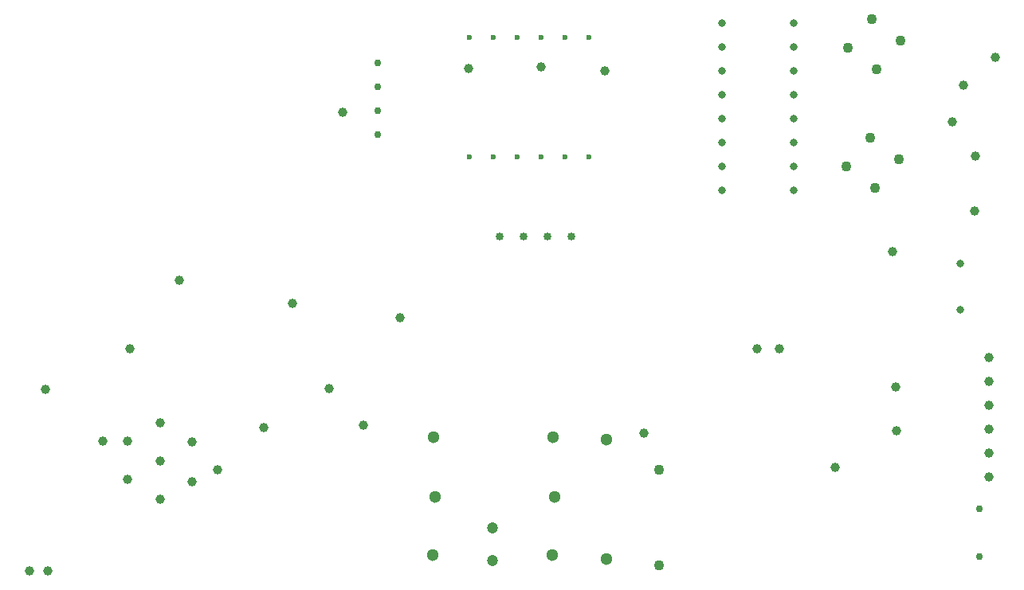
<source format=gbr>
%TF.GenerationSoftware,KiCad,Pcbnew,(5.0.2)-1*%
%TF.CreationDate,2019-02-03T16:15:01+01:00*%
%TF.ProjectId,V1,56312e6b-6963-4616-945f-706362585858,rev?*%
%TF.SameCoordinates,PX5b8d800PY6453980*%
%TF.FileFunction,Plated,1,2,PTH,Drill*%
%TF.FilePolarity,Positive*%
%FSLAX46Y46*%
G04 Gerber Fmt 4.6, Leading zero omitted, Abs format (unit mm)*
G04 Created by KiCad (PCBNEW (5.0.2)-1) date 02/03/19 16:15:01*
%MOMM*%
%LPD*%
G01*
G04 APERTURE LIST*
%TA.AperFunction,ComponentDrill*%
%ADD10C,0.600000*%
%TD*%
%TA.AperFunction,ComponentDrill*%
%ADD11C,0.762000*%
%TD*%
%TA.AperFunction,ComponentDrill*%
%ADD12C,0.800000*%
%TD*%
%TA.AperFunction,ComponentDrill*%
%ADD13C,0.850000*%
%TD*%
%TA.AperFunction,ViaDrill*%
%ADD14C,1.000000*%
%TD*%
%TA.AperFunction,ComponentDrill*%
%ADD15C,1.000000*%
%TD*%
%TA.AperFunction,ComponentDrill*%
%ADD16C,1.100000*%
%TD*%
%TA.AperFunction,ComponentDrill*%
%ADD17C,1.200000*%
%TD*%
%TA.AperFunction,ComponentDrill*%
%ADD18C,1.300000*%
%TD*%
G04 APERTURE END LIST*
D10*
%TO.C,U6*%
X48450000Y58550000D03*
X48450000Y45850000D03*
X50990000Y58550000D03*
X50990000Y45850000D03*
X53530000Y58550000D03*
X53530000Y45850000D03*
X56070000Y58550000D03*
X56070000Y45850000D03*
X58610000Y58550000D03*
X58610000Y45850000D03*
X61150000Y58550000D03*
X61150000Y45850000D03*
D11*
%TO.C,U1*%
X38700000Y55880000D03*
X38700000Y53340000D03*
X38700000Y50800000D03*
X38700000Y48260000D03*
%TO.C,JP1*%
X102700000Y8430000D03*
X102700000Y3350000D03*
D12*
%TO.C,Y1*%
X100650000Y34530000D03*
X100650000Y29650000D03*
%TO.C,U3*%
X75305000Y60100000D03*
X75305000Y57560000D03*
X75305000Y55020000D03*
X75305000Y52480000D03*
X75305000Y49940000D03*
X75305000Y47400000D03*
X75305000Y44860000D03*
X75305000Y42320000D03*
X82925000Y60100000D03*
X82925000Y57560000D03*
X82925000Y55020000D03*
X82925000Y52480000D03*
X82925000Y49940000D03*
X82925000Y47400000D03*
X82925000Y44860000D03*
X82925000Y42320000D03*
D13*
%TO.C,U2*%
X51730000Y37400000D03*
X54270000Y37400000D03*
X56810000Y37400000D03*
X59350000Y37400000D03*
%TD*%
D14*
X1700000Y1800000D03*
X3400000Y21100000D03*
X3700000Y1800000D03*
X9500000Y15600000D03*
X12400000Y25500000D03*
X17700000Y32750000D03*
X21700000Y12600000D03*
X26650000Y17050000D03*
X29700000Y30300000D03*
X33600000Y21200000D03*
X35000000Y50600000D03*
X37200000Y17300000D03*
X41100000Y28750000D03*
X48400000Y55300000D03*
X56100000Y55450000D03*
X62850000Y55050000D03*
X67000000Y16500000D03*
X79000000Y25500000D03*
X81450000Y25500000D03*
X87300000Y12850000D03*
X93400000Y35800000D03*
X93800000Y21400000D03*
X93900000Y16700000D03*
X99750000Y49550000D03*
X101000000Y53450000D03*
X102150000Y40100000D03*
X102249990Y45910673D03*
X104350000Y56450000D03*
D15*
%TO.C,J1*%
X103700000Y24530000D03*
X103700000Y21990000D03*
X103700000Y19450000D03*
X103700000Y16910000D03*
X103700000Y14370000D03*
X103700000Y11830000D03*
%TO.C,J3*%
X12171000Y15659000D03*
X12171000Y11595000D03*
X15600000Y17564000D03*
X15600000Y13500000D03*
X15600000Y9436000D03*
X19029000Y15532000D03*
X19029000Y11341000D03*
D16*
%TO.C,DN_sw1*%
X88506000Y44846000D03*
X91046000Y47894000D03*
X91554000Y42560000D03*
X94094000Y45608000D03*
%TO.C,D5*%
X68600000Y12600000D03*
X68600000Y2440000D03*
%TO.C,UP_sw1*%
X88706000Y57446000D03*
X91246000Y60494000D03*
X91754000Y55160000D03*
X94294000Y58208000D03*
D17*
%TO.C,J2*%
X50900000Y6400000D03*
X50900000Y2900000D03*
D18*
%TO.C,D9*%
X44800000Y9700000D03*
X57500000Y9700000D03*
%TO.C,D8*%
X44600000Y3500000D03*
X57300000Y3500000D03*
%TO.C,D7*%
X44700000Y16100000D03*
X57400000Y16100000D03*
%TO.C,D3*%
X63000000Y15800000D03*
X63000000Y3100000D03*
M02*

</source>
